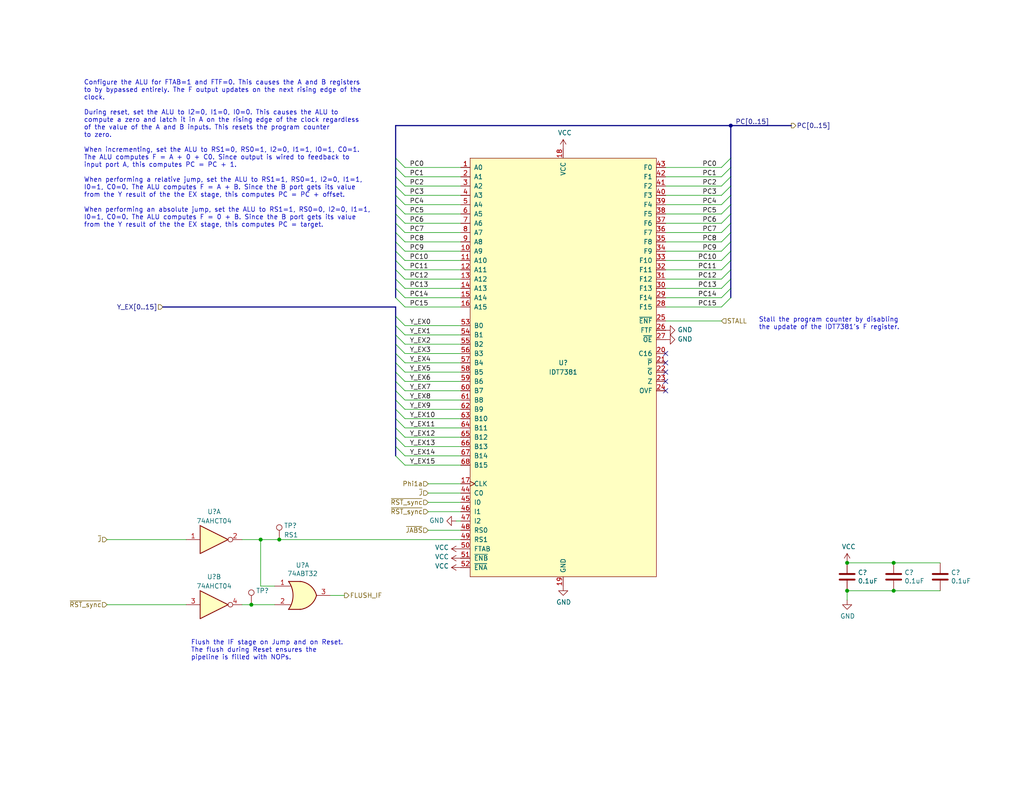
<source format=kicad_sch>
(kicad_sch (version 20250114) (generator "eeschema") (generator_version "9.0")
  (paper "USLetter")
  (title_block (title "Program Counter") (date "2025-07-01") (rev "A") (comment 3 "sixteen-bit offset, or else reset to zero.") (comment 4 "Sixteen-bit program counter will either increment on the clock, add a specified"))
  (lib_symbols
    (symbol "Connector:TestPoint" (pin_numbers (hide yes)) (pin_names (offset 0.762) (hide yes))
      (property "Reference" "TP" (at 0 6.858 0))
      (property "Value" "TestPoint" (at 0 5.08 0))
      (symbol "TestPoint_0_1"
        (circle (center 0 3.302) (radius 0.762))
      )
      (symbol "TestPoint_1_1"
        (pin passive line (at 0 0 90) (length 2.54) (name "1") (number "1"))
      )
    )
    (symbol "Device:C" (pin_numbers (hide yes)) (pin_names (offset 0.254))
      (property "Reference" "C" (at 0.635 2.54 0))
      (property "Value" "C" (at 0.635 -2.54 0))
      (symbol "C_0_1"
        (polyline (pts (xy -2.032 0.762) (xy 2.032 0.762)) (stroke (width 0.508)))
        (polyline (pts (xy -2.032 -0.762) (xy 2.032 -0.762)) (stroke (width 0.508)))
      )
      (symbol "C_1_1"
        (pin passive line (at 0 3.81 270) (length 2.794) (name "~") (number "1"))
        (pin passive line (at 0 -3.81 90) (length 2.794) (name "~") (number "2"))
      )
    )
    (symbol "Turtle16:74ABT32" (pin_names (offset 1.016))
      (property "Reference" "U" (at 0 1.27 0))
      (property "Value" "74ABT32" (at 0 -1.27 0))
      (symbol "74ABT32_1_1"
        (arc (start -3.81 3.81) (mid -2.589 0) (end -3.81 -3.81) (stroke (width 0.254)))
        (polyline (pts (xy -3.81 3.81) (xy -0.635 3.81)) (stroke (width 0.254)) (fill (type background)))
        (polyline (pts (xy -3.81 -3.81) (xy -0.635 -3.81)) (stroke (width 0.254)) (fill (type background)))
        (arc (start 3.81 0) (mid 2.1855 -2.584) (end -0.6096 -3.81) (stroke (width 0.254)) (fill (type background)))
        (arc (start -0.6096 3.81) (mid 2.1928 2.5924) (end 3.81 0) (stroke (width 0.254)) (fill (type background)))
        (polyline (pts (xy -0.635 3.81) (xy -3.81 3.81) (xy -3.81 3.81) (xy -3.556 3.4036) (xy -3.0226 2.2606) (xy -2.6924 1.0414) (xy -2.6162 -0.254) (xy -2.7686 -1.4986) (xy -3.175 -2.7178) (xy -3.81 -3.81) (xy -3.81 -3.81) (xy -0.635 -3.81)) (stroke (width -25.4)) (fill (type background)))
        (pin input line (at -7.62 2.54 0) (length 4.318) (name "~") (number "1"))
        (pin input line (at -7.62 -2.54 0) (length 4.318) (name "~") (number "2"))
        (pin output line (at 7.62 0 180) (length 3.81) (name "~") (number "3"))
      )
      (symbol "74ABT32_1_2"
        (arc (start 0 3.81) (mid 3.7934 0) (end 0 -3.81) (stroke (width 0.254)) (fill (type background)))
        (polyline (pts (xy 0 3.81) (xy -3.81 3.81) (xy -3.81 -3.81) (xy 0 -3.81)) (stroke (width 0.254)) (fill (type background)))
        (pin input inverted (at -7.62 2.54 0) (length 3.81) (name "~") (number "1"))
        (pin input inverted (at -7.62 -2.54 0) (length 3.81) (name "~") (number "2"))
        (pin output inverted (at 7.62 0 180) (length 3.81) (name "~") (number "3"))
      )
      (symbol "74ABT32_2_1"
        (arc (start -3.81 3.81) (mid -2.589 0) (end -3.81 -3.81) (stroke (width 0.254)))
        (polyline (pts (xy -3.81 3.81) (xy -0.635 3.81)) (stroke (width 0.254)) (fill (type background)))
        (polyline (pts (xy -3.81 -3.81) (xy -0.635 -3.81)) (stroke (width 0.254)) (fill (type background)))
        (arc (start 3.81 0) (mid 2.1855 -2.584) (end -0.6096 -3.81) (stroke (width 0.254)) (fill (type background)))
        (arc (start -0.6096 3.81) (mid 2.1928 2.5924) (end 3.81 0) (stroke (width 0.254)) (fill (type background)))
        (polyline (pts (xy -0.635 3.81) (xy -3.81 3.81) (xy -3.81 3.81) (xy -3.556 3.4036) (xy -3.0226 2.2606) (xy -2.6924 1.0414) (xy -2.6162 -0.254) (xy -2.7686 -1.4986) (xy -3.175 -2.7178) (xy -3.81 -3.81) (xy -3.81 -3.81) (xy -0.635 -3.81)) (stroke (width -25.4)) (fill (type background)))
        (pin input line (at -7.62 2.54 0) (length 4.318) (name "~") (number "4"))
        (pin input line (at -7.62 -2.54 0) (length 4.318) (name "~") (number "5"))
        (pin output line (at 7.62 0 180) (length 3.81) (name "~") (number "6"))
      )
      (symbol "74ABT32_2_2"
        (arc (start 0 3.81) (mid 3.7934 0) (end 0 -3.81) (stroke (width 0.254)) (fill (type background)))
        (polyline (pts (xy 0 3.81) (xy -3.81 3.81) (xy -3.81 -3.81) (xy 0 -3.81)) (stroke (width 0.254)) (fill (type background)))
        (pin input inverted (at -7.62 2.54 0) (length 3.81) (name "~") (number "4"))
        (pin input inverted (at -7.62 -2.54 0) (length 3.81) (name "~") (number "5"))
        (pin output inverted (at 7.62 0 180) (length 3.81) (name "~") (number "6"))
      )
      (symbol "74ABT32_3_1"
        (arc (start -3.81 3.81) (mid -2.589 0) (end -3.81 -3.81) (stroke (width 0.254)))
        (polyline (pts (xy -3.81 3.81) (xy -0.635 3.81)) (stroke (width 0.254)) (fill (type background)))
        (polyline (pts (xy -3.81 -3.81) (xy -0.635 -3.81)) (stroke (width 0.254)) (fill (type background)))
        (arc (start 3.81 0) (mid 2.1855 -2.584) (end -0.6096 -3.81) (stroke (width 0.254)) (fill (type background)))
        (arc (start -0.6096 3.81) (mid 2.1928 2.5924) (end 3.81 0) (stroke (width 0.254)) (fill (type background)))
        (polyline (pts (xy -0.635 3.81) (xy -3.81 3.81) (xy -3.81 3.81) (xy -3.556 3.4036) (xy -3.0226 2.2606) (xy -2.6924 1.0414) (xy -2.6162 -0.254) (xy -2.7686 -1.4986) (xy -3.175 -2.7178) (xy -3.81 -3.81) (xy -3.81 -3.81) (xy -0.635 -3.81)) (stroke (width -25.4)) (fill (type background)))
        (pin input line (at -7.62 2.54 0) (length 4.318) (name "~") (number "9"))
        (pin input line (at -7.62 -2.54 0) (length 4.318) (name "~") (number "10"))
        (pin output line (at 7.62 0 180) (length 3.81) (name "~") (number "8"))
      )
      (symbol "74ABT32_3_2"
        (arc (start 0 3.81) (mid 3.7934 0) (end 0 -3.81) (stroke (width 0.254)) (fill (type background)))
        (polyline (pts (xy 0 3.81) (xy -3.81 3.81) (xy -3.81 -3.81) (xy 0 -3.81)) (stroke (width 0.254)) (fill (type background)))
        (pin input inverted (at -7.62 2.54 0) (length 3.81) (name "~") (number "9"))
        (pin input inverted (at -7.62 -2.54 0) (length 3.81) (name "~") (number "10"))
        (pin output inverted (at 7.62 0 180) (length 3.81) (name "~") (number "8"))
      )
      (symbol "74ABT32_4_1"
        (arc (start -3.81 3.81) (mid -2.589 0) (end -3.81 -3.81) (stroke (width 0.254)))
        (polyline (pts (xy -3.81 3.81) (xy -0.635 3.81)) (stroke (width 0.254)) (fill (type background)))
        (polyline (pts (xy -3.81 -3.81) (xy -0.635 -3.81)) (stroke (width 0.254)) (fill (type background)))
        (arc (start 3.81 0) (mid 2.1855 -2.584) (end -0.6096 -3.81) (stroke (width 0.254)) (fill (type background)))
        (arc (start -0.6096 3.81) (mid 2.1928 2.5924) (end 3.81 0) (stroke (width 0.254)) (fill (type background)))
        (polyline (pts (xy -0.635 3.81) (xy -3.81 3.81) (xy -3.81 3.81) (xy -3.556 3.4036) (xy -3.0226 2.2606) (xy -2.6924 1.0414) (xy -2.6162 -0.254) (xy -2.7686 -1.4986) (xy -3.175 -2.7178) (xy -3.81 -3.81) (xy -3.81 -3.81) (xy -0.635 -3.81)) (stroke (width -25.4)) (fill (type background)))
        (pin input line (at -7.62 2.54 0) (length 4.318) (name "~") (number "12"))
        (pin input line (at -7.62 -2.54 0) (length 4.318) (name "~") (number "13"))
        (pin output line (at 7.62 0 180) (length 3.81) (name "~") (number "11"))
      )
      (symbol "74ABT32_4_2"
        (arc (start 0 3.81) (mid 3.7934 0) (end 0 -3.81) (stroke (width 0.254)) (fill (type background)))
        (polyline (pts (xy 0 3.81) (xy -3.81 3.81) (xy -3.81 -3.81) (xy 0 -3.81)) (stroke (width 0.254)) (fill (type background)))
        (pin input inverted (at -7.62 2.54 0) (length 3.81) (name "~") (number "12"))
        (pin input inverted (at -7.62 -2.54 0) (length 3.81) (name "~") (number "13"))
        (pin output inverted (at 7.62 0 180) (length 3.81) (name "~") (number "11"))
      )
      (symbol "74ABT32_5_0"
        (pin power_in line (at 0 12.7 270) (length 5.08) (name "VCC") (number "14"))
        (pin power_in line (at 0 -12.7 90) (length 5.08) (name "GND") (number "7"))
      )
      (symbol "74ABT32_5_1"
        (rectangle (start -5.08 7.62) (end 5.08 -7.62) (stroke (width 0.254)) (fill (type background)))
      )
    )
    (symbol "Turtle16:74AHCT04"
      (property "Reference" "U" (at 0 1.27 0))
      (property "Value" "74AHCT04" (at 0 -1.27 0))
      (symbol "74AHCT04_1_0"
        (polyline (pts (xy -3.81 3.81) (xy -3.81 -3.81) (xy 3.81 0) (xy -3.81 3.81)) (stroke (width 0.254)) (fill (type background)))
        (pin input line (at -7.62 0 0) (length 3.81) (name "~") (number "1"))
        (pin output inverted (at 7.62 0 180) (length 3.81) (name "~") (number "2"))
      )
      (symbol "74AHCT04_2_0"
        (polyline (pts (xy -3.81 3.81) (xy -3.81 -3.81) (xy 3.81 0) (xy -3.81 3.81)) (stroke (width 0.254)) (fill (type background)))
        (pin input line (at -7.62 0 0) (length 3.81) (name "~") (number "3"))
        (pin output inverted (at 7.62 0 180) (length 3.81) (name "~") (number "4"))
      )
      (symbol "74AHCT04_3_0"
        (polyline (pts (xy -3.81 3.81) (xy -3.81 -3.81) (xy 3.81 0) (xy -3.81 3.81)) (stroke (width 0.254)) (fill (type background)))
        (pin input line (at -7.62 0 0) (length 3.81) (name "~") (number "5"))
        (pin output inverted (at 7.62 0 180) (length 3.81) (name "~") (number "6"))
      )
      (symbol "74AHCT04_4_0"
        (polyline (pts (xy -3.81 3.81) (xy -3.81 -3.81) (xy 3.81 0) (xy -3.81 3.81)) (stroke (width 0.254)) (fill (type background)))
        (pin input line (at -7.62 0 0) (length 3.81) (name "~") (number "9"))
        (pin output inverted (at 7.62 0 180) (length 3.81) (name "~") (number "8"))
      )
      (symbol "74AHCT04_5_0"
        (polyline (pts (xy -3.81 3.81) (xy -3.81 -3.81) (xy 3.81 0) (xy -3.81 3.81)) (stroke (width 0.254)) (fill (type background)))
        (pin input line (at -7.62 0 0) (length 3.81) (name "~") (number "11"))
        (pin output inverted (at 7.62 0 180) (length 3.81) (name "~") (number "10"))
      )
      (symbol "74AHCT04_6_0"
        (polyline (pts (xy -3.81 3.81) (xy -3.81 -3.81) (xy 3.81 0) (xy -3.81 3.81)) (stroke (width 0.254)) (fill (type background)))
        (pin input line (at -7.62 0 0) (length 3.81) (name "~") (number "13"))
        (pin output inverted (at 7.62 0 180) (length 3.81) (name "~") (number "12"))
      )
      (symbol "74AHCT04_7_0"
        (pin power_in line (at 0 12.7 270) (length 5.08) (name "VCC") (number "14"))
        (pin power_in line (at 0 -12.7 90) (length 5.08) (name "GND") (number "7"))
      )
      (symbol "74AHCT04_7_1"
        (rectangle (start -5.08 7.62) (end 5.08 -7.62) (stroke (width 0.254)) (fill (type background)))
      )
    )
    (symbol "Turtle16:IDT7381" (pin_names (offset 1.016))
      (symbol "IDT7381_0_1"
        (rectangle (start -25.4 57.15) (end 25.4 -57.15) (fill (type background)))
      )
      (symbol "IDT7381_1_1"
        (pin input line (at -27.94 54.61 0) (length 2.54) (name "A0") (number "1"))
        (pin input line (at -27.94 52.07 0) (length 2.54) (name "A1") (number "2"))
        (pin input line (at -27.94 49.53 0) (length 2.54) (name "A2") (number "3"))
        (pin input line (at -27.94 46.99 0) (length 2.54) (name "A3") (number "4"))
        (pin input line (at -27.94 44.45 0) (length 2.54) (name "A4") (number "5"))
        (pin input line (at -27.94 41.91 0) (length 2.54) (name "A5") (number "6"))
        (pin input line (at -27.94 39.37 0) (length 2.54) (name "A6") (number "7"))
        (pin input line (at -27.94 36.83 0) (length 2.54) (name "A7") (number "8"))
        (pin input line (at -27.94 34.29 0) (length 2.54) (name "A8") (number "9"))
        (pin input line (at -27.94 31.75 0) (length 2.54) (name "A9") (number "10"))
        (pin input line (at -27.94 29.21 0) (length 2.54) (name "A10") (number "11"))
        (pin input line (at -27.94 26.67 0) (length 2.54) (name "A11") (number "12"))
        (pin input line (at -27.94 24.13 0) (length 2.54) (name "A12") (number "13"))
        (pin input line (at -27.94 21.59 0) (length 2.54) (name "A13") (number "14"))
        (pin input line (at -27.94 19.05 0) (length 2.54) (name "A14") (number "15"))
        (pin input line (at -27.94 16.51 0) (length 2.54) (name "A15") (number "16"))
        (pin input line (at -27.94 11.43 0) (length 2.54) (name "B0") (number "53"))
        (pin input line (at -27.94 8.89 0) (length 2.54) (name "B1") (number "54"))
        (pin input line (at -27.94 6.35 0) (length 2.54) (name "B2") (number "55"))
        (pin input line (at -27.94 3.81 0) (length 2.54) (name "B3") (number "56"))
        (pin input line (at -27.94 1.27 0) (length 2.54) (name "B4") (number "57"))
        (pin input line (at -27.94 -1.27 0) (length 2.54) (name "B5") (number "58"))
        (pin input line (at -27.94 -3.81 0) (length 2.54) (name "B6") (number "59"))
        (pin input line (at -27.94 -6.35 0) (length 2.54) (name "B7") (number "60"))
        (pin input line (at -27.94 -8.89 0) (length 2.54) (name "B8") (number "61"))
        (pin input line (at -27.94 -11.43 0) (length 2.54) (name "B9") (number "62"))
        (pin input line (at -27.94 -13.97 0) (length 2.54) (name "B10") (number "63"))
        (pin input line (at -27.94 -16.51 0) (length 2.54) (name "B11") (number "64"))
        (pin input line (at -27.94 -19.05 0) (length 2.54) (name "B12") (number "65"))
        (pin input line (at -27.94 -21.59 0) (length 2.54) (name "B13") (number "66"))
        (pin input line (at -27.94 -24.13 0) (length 2.54) (name "B14") (number "67"))
        (pin input line (at -27.94 -26.67 0) (length 2.54) (name "B15") (number "68"))
        (pin input clock (at -27.94 -31.75 0) (length 2.54) (name "CLK") (number "17"))
        (pin input line (at -27.94 -34.29 0) (length 2.54) (name "C0") (number "44"))
        (pin input line (at -27.94 -36.83 0) (length 2.54) (name "I0") (number "45"))
        (pin input line (at -27.94 -39.37 0) (length 2.54) (name "I1") (number "46"))
        (pin input line (at -27.94 -41.91 0) (length 2.54) (name "I2") (number "47"))
        (pin input line (at -27.94 -44.45 0) (length 2.54) (name "RS0") (number "48"))
        (pin input line (at -27.94 -46.99 0) (length 2.54) (name "RS1") (number "49"))
        (pin input line (at -27.94 -49.53 0) (length 2.54) (name "FTAB") (number "50"))
        (pin input line (at -27.94 -52.07 0) (length 2.54) (name "~{ENB}") (number "51"))
        (pin input line (at -27.94 -54.61 0) (length 2.54) (name "~{ENA}") (number "52"))
        (pin power_in line (at 0 59.69 270) (length 2.54) (name "VCC") (number "18"))
        (pin power_in line (at 0 -59.69 90) (length 2.54) (name "GND") (number "19"))
        (pin tri_state line (at 27.94 54.61 180) (length 2.54) (name "F0") (number "43"))
        (pin tri_state line (at 27.94 52.07 180) (length 2.54) (name "F1") (number "42"))
        (pin tri_state line (at 27.94 49.53 180) (length 2.54) (name "F2") (number "41"))
        (pin tri_state line (at 27.94 46.99 180) (length 2.54) (name "F3") (number "40"))
        (pin tri_state line (at 27.94 44.45 180) (length 2.54) (name "F4") (number "39"))
        (pin tri_state line (at 27.94 41.91 180) (length 2.54) (name "F5") (number "38"))
        (pin tri_state line (at 27.94 39.37 180) (length 2.54) (name "F6") (number "37"))
        (pin tri_state line (at 27.94 36.83 180) (length 2.54) (name "F7") (number "36"))
        (pin tri_state line (at 27.94 34.29 180) (length 2.54) (name "F8") (number "35"))
        (pin tri_state line (at 27.94 31.75 180) (length 2.54) (name "F9") (number "34"))
        (pin tri_state line (at 27.94 29.21 180) (length 2.54) (name "F10") (number "33"))
        (pin tri_state line (at 27.94 26.67 180) (length 2.54) (name "F11") (number "32"))
        (pin tri_state line (at 27.94 24.13 180) (length 2.54) (name "F12") (number "31"))
        (pin tri_state line (at 27.94 21.59 180) (length 2.54) (name "F13") (number "30"))
        (pin tri_state line (at 27.94 19.05 180) (length 2.54) (name "F14") (number "29"))
        (pin tri_state line (at 27.94 16.51 180) (length 2.54) (name "F15") (number "28"))
        (pin input line (at 27.94 12.7 180) (length 2.54) (name "~{ENF}") (number "25"))
        (pin input line (at 27.94 10.16 180) (length 2.54) (name "FTF") (number "26"))
        (pin input line (at 27.94 7.62 180) (length 2.54) (name "~{OE}") (number "27"))
        (pin output line (at 27.94 3.81 180) (length 2.54) (name "C16") (number "20"))
        (pin output line (at 27.94 1.27 180) (length 2.54) (name "~{P}") (number "21"))
        (pin output line (at 27.94 -1.27 180) (length 2.54) (name "~{G}") (number "22"))
        (pin output line (at 27.94 -3.81 180) (length 2.54) (name "Z") (number "23"))
        (pin output line (at 27.94 -6.35 180) (length 2.54) (name "OVF") (number "24"))
      )
    )
    (symbol "power:GND" (power) (pin_numbers (hide yes)) (pin_names (offset 0) (hide yes))
      (property "Value" "GND" (at 0 -3.81 0))
      (symbol "GND_0_1"
        (polyline (pts (xy 0 0) (xy 0 -1.27) (xy 1.27 -1.27) (xy 0 -2.54) (xy -1.27 -1.27) (xy 0 -1.27)))
      )
      (symbol "GND_1_1"
        (pin power_in line (at 0 0 270) (length 0) (name "~") (number "1"))
      )
    )
    (symbol "power:VCC" (power) (pin_numbers (hide yes)) (pin_names (offset 0) (hide yes))
      (property "Value" "VCC" (at 0 3.556 0))
      (symbol "VCC_0_1"
        (polyline (pts (xy -0.762 1.27) (xy 0 2.54)))
        (polyline (pts (xy 0 2.54) (xy 0.762 1.27)))
        (polyline (pts (xy 0 0) (xy 0 2.54)))
      )
      (symbol "VCC_1_1"
        (pin power_in line (at 0 0 90) (length 0) (name "~") (number "1"))
      )
    )
  )
  (text "Stall the program counter by disabling\nthe update of the IDT7381’s F register." (at 207.01 90.17 0) (effects (font (size 1.27 1.27)) (justify left bottom)))
  (text "Flush the IF stage on Jump and on Reset.\nThe flush during Reset ensures the\npipeline is filled with NOPs." (at 52.07 180.34 0) (effects (font (size 1.27 1.27)) (justify left bottom)))
  (text "Configure the ALU for FTAB=1 and FTF=0. This causes the A and B registers\nto by bypassed entirely. The F output updates on the next rising edge of the\nclock.\n\nDuring reset, set the ALU to I2=0, I1=0, I0=0. This causes the ALU to\ncompute a zero and latch it in A on the rising edge of the clock regardless\nof the value of the A and B inputs. This resets the program counter\nto zero.\n\nWhen incrementing, set the ALU to RS1=0, RS0=1, I2=0, I1=1, I0=1, C0=1.\nThe ALU computes F = A + 0 + C0. Since output is wired to feedback to\ninput port A, this computes PC = PC + 1.\n\nWhen performing a relative jump, set the ALU to RS1=1, RS0=1, I2=0, I1=1,\nI0=1, C0=0. The ALU computes F = A + B. Since the B port gets its value\nfrom the Y result of the the EX stage, this computes PC = PC + offset.\n\nWhen performing an absolute jump, set the ALU to RS1=1, RS0=0, I2=0, I1=1,\nI0=1, C0=0. The ALU computes F = 0 + B. Since the B port gets its value\nfrom the Y result of the the EX stage, this computes PC = target." (at 22.86 62.23 0) (effects (font (size 1.27 1.27)) (justify left bottom)))
  (junction (at -53.34 147.32))
  (junction (at -29.21 157.48))
  (junction (at 231.14 161.29))
  (junction (at -53.34 152.4))
  (junction (at -53.34 162.56))
  (junction (at -53.34 167.64))
  (junction (at -29.21 143.51))
  (junction (at 243.84 161.29))
  (junction (at -29.21 129.54))
  (junction (at 199.39 34.29))
  (junction (at 231.14 153.67))
  (junction (at -29.21 171.45))
  (junction (at 71.12 147.32))
  (junction (at 76.2 147.32))
  (junction (at 243.84 153.67))
  (junction (at 68.58 165.1))
  (no_connect (at -13.97 129.54))
  (no_connect (at 181.61 104.14))
  (no_connect (at -13.97 143.51))
  (no_connect (at 181.61 101.6))
  (no_connect (at -35.56 165.1))
  (no_connect (at 181.61 106.68))
  (no_connect (at -13.97 157.48))
  (no_connect (at -35.56 149.86))
  (no_connect (at 181.61 96.52))
  (no_connect (at 181.61 99.06))
  (no_connect (at -13.97 171.45))
  (bus_entry (at 110.49 53.34) (size -2.54 -2.54))
  (bus_entry (at 110.49 91.44) (size -2.54 -2.54))
  (bus_entry (at 110.49 48.26) (size -2.54 -2.54))
  (bus_entry (at 110.49 76.2) (size -2.54 -2.54))
  (bus_entry (at 110.49 63.5) (size -2.54 -2.54))
  (bus_entry (at 110.49 73.66) (size -2.54 -2.54))
  (bus_entry (at 196.85 48.26) (size 2.54 -2.54))
  (bus_entry (at 110.49 99.06) (size -2.54 -2.54))
  (bus_entry (at 196.85 55.88) (size 2.54 -2.54))
  (bus_entry (at 196.85 73.66) (size 2.54 -2.54))
  (bus_entry (at 110.49 66.04) (size -2.54 -2.54))
  (bus_entry (at 110.49 96.52) (size -2.54 -2.54))
  (bus_entry (at 196.85 76.2) (size 2.54 -2.54))
  (bus_entry (at 110.49 55.88) (size -2.54 -2.54))
  (bus_entry (at 110.49 60.96) (size -2.54 -2.54))
  (bus_entry (at 196.85 71.12) (size 2.54 -2.54))
  (bus_entry (at 110.49 101.6) (size -2.54 -2.54))
  (bus_entry (at 110.49 119.38) (size -2.54 -2.54))
  (bus_entry (at 110.49 71.12) (size -2.54 -2.54))
  (bus_entry (at 110.49 114.3) (size -2.54 -2.54))
  (bus_entry (at 110.49 88.9) (size -2.54 -2.54))
  (bus_entry (at 196.85 81.28) (size 2.54 -2.54))
  (bus_entry (at 196.85 66.04) (size 2.54 -2.54))
  (bus_entry (at 196.85 68.58) (size 2.54 -2.54))
  (bus_entry (at 110.49 81.28) (size -2.54 -2.54))
  (bus_entry (at 110.49 127) (size -2.54 -2.54))
  (bus_entry (at 196.85 83.82) (size 2.54 -2.54))
  (bus_entry (at 110.49 45.72) (size -2.54 -2.54))
  (bus_entry (at 196.85 63.5) (size 2.54 -2.54))
  (bus_entry (at 110.49 83.82) (size -2.54 -2.54))
  (bus_entry (at 110.49 121.92) (size -2.54 -2.54))
  (bus_entry (at 110.49 78.74) (size -2.54 -2.54))
  (bus_entry (at 110.49 109.22) (size -2.54 -2.54))
  (bus_entry (at 196.85 50.8) (size 2.54 -2.54))
  (bus_entry (at 196.85 45.72) (size 2.54 -2.54))
  (bus_entry (at 110.49 111.76) (size -2.54 -2.54))
  (bus_entry (at 110.49 50.8) (size -2.54 -2.54))
  (bus_entry (at 110.49 124.46) (size -2.54 -2.54))
  (bus_entry (at 110.49 93.98) (size -2.54 -2.54))
  (bus_entry (at 196.85 53.34) (size 2.54 -2.54))
  (bus_entry (at 110.49 58.42) (size -2.54 -2.54))
  (bus_entry (at 196.85 60.96) (size 2.54 -2.54))
  (bus_entry (at 110.49 106.68) (size -2.54 -2.54))
  (bus_entry (at 110.49 68.58) (size -2.54 -2.54))
  (bus_entry (at 196.85 58.42) (size 2.54 -2.54))
  (bus_entry (at 196.85 78.74) (size 2.54 -2.54))
  (bus_entry (at 110.49 116.84) (size -2.54 -2.54))
  (bus_entry (at 110.49 104.14) (size -2.54 -2.54))
  (wire (pts (xy 256.54 161.29) (xy 243.84 161.29)))
  (wire (pts (xy 68.58 165.1) (xy 74.93 165.1)))
  (wire (pts (xy 71.12 160.02) (xy 71.12 147.32)))
  (wire (pts (xy 110.49 58.42) (xy 125.73 58.42)))
  (bus (pts (xy 107.95 63.5) (xy 107.95 66.04)))
  (bus (pts (xy 107.95 119.38) (xy 107.95 121.92)))
  (bus (pts (xy 199.39 58.42) (xy 199.39 60.96)))
  (wire (pts (xy 110.49 106.68) (xy 125.73 106.68)))
  (wire (pts (xy 110.49 78.74) (xy 125.73 78.74)))
  (wire (pts (xy 110.49 114.3) (xy 125.73 114.3)))
  (wire (pts (xy 196.85 78.74) (xy 181.61 78.74)))
  (bus (pts (xy 107.95 104.14) (xy 107.95 106.68)))
  (bus (pts (xy 199.39 50.8) (xy 199.39 53.34)))
  (wire (pts (xy 66.04 147.32) (xy 71.12 147.32)))
  (bus (pts (xy 107.95 116.84) (xy 107.95 119.38)))
  (wire (pts (xy 196.85 73.66) (xy 181.61 73.66)))
  (wire (pts (xy 110.49 93.98) (xy 125.73 93.98)))
  (bus (pts (xy 199.39 34.29) (xy 199.39 43.18)))
  (bus (pts (xy 107.95 109.22) (xy 107.95 111.76)))
  (wire (pts (xy 110.49 91.44) (xy 125.73 91.44)))
  (wire (pts (xy 116.84 139.7) (xy 125.73 139.7)))
  (wire (pts (xy 196.85 83.82) (xy 181.61 83.82)))
  (wire (pts (xy -29.21 199.39) (xy -29.21 200.66)))
  (wire (pts (xy 196.85 76.2) (xy 181.61 76.2)))
  (bus (pts (xy 107.95 99.06) (xy 107.95 101.6)))
  (bus (pts (xy 107.95 43.18) (xy 107.95 45.72)))
  (wire (pts (xy -53.34 162.56) (xy -53.34 167.64)))
  (bus (pts (xy 107.95 83.82) (xy 44.45 83.82)))
  (wire (pts (xy -53.34 118.11) (xy -53.34 147.32)))
  (bus (pts (xy 107.95 73.66) (xy 107.95 76.2)))
  (bus (pts (xy 107.95 121.92) (xy 107.95 124.46)))
  (bus (pts (xy 107.95 88.9) (xy 107.95 91.44)))
  (bus (pts (xy 199.39 68.58) (xy 199.39 71.12)))
  (bus (pts (xy 199.39 73.66) (xy 199.39 76.2)))
  (wire (pts (xy 110.49 109.22) (xy 125.73 109.22)))
  (wire (pts (xy 110.49 88.9) (xy 125.73 88.9)))
  (wire (pts (xy -29.21 143.51) (xy -29.21 157.48)))
  (bus (pts (xy 107.95 93.98) (xy 107.95 96.52)))
  (bus (pts (xy 107.95 86.36) (xy 107.95 88.9)))
  (wire (pts (xy 71.12 147.32) (xy 76.2 147.32)))
  (wire (pts (xy 29.21 165.1) (xy 50.8 165.1)))
  (bus (pts (xy 107.95 58.42) (xy 107.95 60.96)))
  (wire (pts (xy 110.49 73.66) (xy 125.73 73.66)))
  (bus (pts (xy 107.95 55.88) (xy 107.95 58.42)))
  (bus (pts (xy 199.39 53.34) (xy 199.39 55.88)))
  (wire (pts (xy 196.85 53.34) (xy 181.61 53.34)))
  (bus (pts (xy 107.95 96.52) (xy 107.95 99.06)))
  (wire (pts (xy 110.49 83.82) (xy 125.73 83.82)))
  (bus (pts (xy 199.39 43.18) (xy 199.39 45.72)))
  (wire (pts (xy 231.14 163.83) (xy 231.14 161.29)))
  (bus (pts (xy 199.39 66.04) (xy 199.39 68.58)))
  (wire (pts (xy 196.85 45.72) (xy 181.61 45.72)))
  (wire (pts (xy 196.85 48.26) (xy 181.61 48.26)))
  (bus (pts (xy 199.39 60.96) (xy 199.39 63.5)))
  (bus (pts (xy 107.95 83.82) (xy 107.95 86.36)))
  (wire (pts (xy 196.85 63.5) (xy 181.61 63.5)))
  (wire (pts (xy -50.8 162.56) (xy -53.34 162.56)))
  (wire (pts (xy 110.49 45.72) (xy 125.73 45.72)))
  (bus (pts (xy 107.95 106.68) (xy 107.95 109.22)))
  (bus (pts (xy 107.95 111.76) (xy 107.95 114.3)))
  (bus (pts (xy 107.95 76.2) (xy 107.95 78.74)))
  (bus (pts (xy 107.95 91.44) (xy 107.95 93.98)))
  (bus (pts (xy 107.95 78.74) (xy 107.95 81.28)))
  (wire (pts (xy 110.49 50.8) (xy 125.73 50.8)))
  (bus (pts (xy 199.39 71.12) (xy 199.39 73.66)))
  (wire (pts (xy -50.8 152.4) (xy -53.34 152.4)))
  (wire (pts (xy 116.84 144.78) (xy 125.73 144.78)))
  (bus (pts (xy 107.95 34.29) (xy 107.95 43.18)))
  (wire (pts (xy 116.84 137.16) (xy 125.73 137.16)))
  (wire (pts (xy 110.49 53.34) (xy 125.73 53.34)))
  (wire (pts (xy 110.49 99.06) (xy 125.73 99.06)))
  (bus (pts (xy 199.39 48.26) (xy 199.39 50.8)))
  (wire (pts (xy 231.14 153.67) (xy 243.84 153.67)))
  (wire (pts (xy 110.49 104.14) (xy 125.73 104.14)))
  (bus (pts (xy 107.95 34.29) (xy 199.39 34.29)))
  (bus (pts (xy 199.39 55.88) (xy 199.39 58.42)))
  (wire (pts (xy 110.49 60.96) (xy 125.73 60.96)))
  (bus (pts (xy 107.95 48.26) (xy 107.95 50.8)))
  (bus (pts (xy 107.95 101.6) (xy 107.95 104.14)))
  (wire (pts (xy 110.49 116.84) (xy 125.73 116.84)))
  (wire (pts (xy -50.8 147.32) (xy -53.34 147.32)))
  (bus (pts (xy 107.95 66.04) (xy 107.95 68.58)))
  (wire (pts (xy -29.21 129.54) (xy -29.21 143.51)))
  (wire (pts (xy 110.49 96.52) (xy 125.73 96.52)))
  (wire (pts (xy -53.34 152.4) (xy -53.34 162.56)))
  (bus (pts (xy 107.95 45.72) (xy 107.95 48.26)))
  (bus (pts (xy 107.95 71.12) (xy 107.95 73.66)))
  (wire (pts (xy 110.49 71.12) (xy 125.73 71.12)))
  (wire (pts (xy 110.49 124.46) (xy 125.73 124.46)))
  (wire (pts (xy 66.04 165.1) (xy 68.58 165.1)))
  (bus (pts (xy 199.39 63.5) (xy 199.39 66.04)))
  (wire (pts (xy 196.85 60.96) (xy 181.61 60.96)))
  (wire (pts (xy 110.49 81.28) (xy 125.73 81.28)))
  (bus (pts (xy 199.39 76.2) (xy 199.39 78.74)))
  (wire (pts (xy 243.84 161.29) (xy 231.14 161.29)))
  (wire (pts (xy 196.85 68.58) (xy 181.61 68.58)))
  (bus (pts (xy 199.39 45.72) (xy 199.39 48.26)))
  (bus (pts (xy 107.95 60.96) (xy 107.95 63.5)))
  (bus (pts (xy 199.39 78.74) (xy 199.39 81.28)))
  (wire (pts (xy 110.49 121.92) (xy 125.73 121.92)))
  (wire (pts (xy 110.49 111.76) (xy 125.73 111.76)))
  (wire (pts (xy 196.85 81.28) (xy 181.61 81.28)))
  (bus (pts (xy 107.95 114.3) (xy 107.95 116.84)))
  (wire (pts (xy -29.21 157.48) (xy -29.21 171.45)))
  (wire (pts (xy 110.49 66.04) (xy 125.73 66.04)))
  (wire (pts (xy 93.98 162.56) (xy 90.17 162.56)))
  (wire (pts (xy 243.84 153.67) (xy 256.54 153.67)))
  (wire (pts (xy 196.85 50.8) (xy 181.61 50.8)))
  (wire (pts (xy 110.49 48.26) (xy 125.73 48.26)))
  (wire (pts (xy 110.49 76.2) (xy 125.73 76.2)))
  (wire (pts (xy 110.49 68.58) (xy 125.73 68.58)))
  (wire (pts (xy 181.61 87.63) (xy 196.85 87.63)))
  (wire (pts (xy -29.21 171.45) (xy -29.21 173.99)))
  (bus (pts (xy 107.95 68.58) (xy 107.95 71.12)))
  (wire (pts (xy -53.34 167.64) (xy -53.34 173.99)))
  (wire (pts (xy 110.49 119.38) (xy 125.73 119.38)))
  (bus (pts (xy 107.95 53.34) (xy 107.95 55.88)))
  (wire (pts (xy -53.34 147.32) (xy -53.34 152.4)))
  (bus (pts (xy 107.95 50.8) (xy 107.95 53.34)))
  (wire (pts (xy 196.85 71.12) (xy 181.61 71.12)))
  (wire (pts (xy 116.84 134.62) (xy 125.73 134.62)))
  (wire (pts (xy -29.21 118.11) (xy -29.21 129.54)))
  (wire (pts (xy 29.21 147.32) (xy 50.8 147.32)))
  (wire (pts (xy 110.49 101.6) (xy 125.73 101.6)))
  (wire (pts (xy 196.85 55.88) (xy 181.61 55.88)))
  (wire (pts (xy 76.2 147.32) (xy 125.73 147.32)))
  (bus (pts (xy 215.9 34.29) (xy 199.39 34.29)))
  (wire (pts (xy 125.73 142.24) (xy 124.46 142.24)))
  (wire (pts (xy 74.93 160.02) (xy 71.12 160.02)))
  (wire (pts (xy 116.84 132.08) (xy 125.73 132.08)))
  (wire (pts (xy 110.49 127) (xy 125.73 127)))
  (wire (pts (xy -50.8 167.64) (xy -53.34 167.64)))
  (wire (pts (xy 110.49 55.88) (xy 125.73 55.88)))
  (wire (pts (xy 196.85 66.04) (xy 181.61 66.04)))
  (wire (pts (xy 110.49 63.5) (xy 125.73 63.5)))
  (wire (pts (xy 196.85 58.42) (xy 181.61 58.42)))
  (label "PC8" (at 111.76 66.04 0))
  (label "PC11" (at 111.76 73.66 0))
  (label "Y_EX9" (at 111.76 111.76 0))
  (label "PC3" (at 111.76 53.34 0))
  (label "Y_EX1" (at 111.76 91.44 0))
  (label "PC13" (at 111.76 78.74 0))
  (label "PC4" (at 111.76 55.88 0))
  (label "PC2" (at 195.58 50.8 180))
  (label "Y_EX6" (at 111.76 104.14 0))
  (label "Y_EX14" (at 111.76 124.46 0))
  (label "Y_EX13" (at 111.76 121.92 0))
  (label "PC9" (at 195.58 68.58 180))
  (label "Y_EX0" (at 111.76 88.9 0))
  (label "PC15" (at 195.58 83.82 180))
  (label "PC15" (at 111.76 83.82 0))
  (label "PC0" (at 111.76 45.72 0))
  (label "Y_EX3" (at 111.76 96.52 0))
  (label "PC5" (at 195.58 58.42 180))
  (label "PC11" (at 195.58 73.66 180))
  (label "Y_EX11" (at 111.76 116.84 0))
  (label "PC10" (at 195.58 71.12 180))
  (label "Y_EX7" (at 111.76 106.68 0))
  (label "Y_EX5" (at 111.76 101.6 0))
  (label "PC14" (at 111.76 81.28 0))
  (label "Y_EX2" (at 111.76 93.98 0))
  (label "PC12" (at 195.58 76.2 180))
  (label "PC10" (at 111.76 71.12 0))
  (label "PC8" (at 195.58 66.04 180))
  (label "PC6" (at 111.76 60.96 0))
  (label "PC6" (at 195.58 60.96 180))
  (label "PC2" (at 111.76 50.8 0))
  (label "PC9" (at 111.76 68.58 0))
  (label "PC4" (at 195.58 55.88 180))
  (label "Y_EX4" (at 111.76 99.06 0))
  (label "PC13" (at 195.58 78.74 180))
  (label "PC0" (at 195.58 45.72 180))
  (label "PC1" (at 195.58 48.26 180))
  (label "PC14" (at 195.58 81.28 180))
  (label "Y_EX12" (at 111.76 119.38 0))
  (label "Y_EX15" (at 111.76 127 0))
  (label "Y_EX10" (at 111.76 114.3 0))
  (label "PC7" (at 195.58 63.5 180))
  (label "PC3" (at 195.58 53.34 180))
  (label "PC5" (at 111.76 58.42 0))
  (label "PC[0..15]" (at 200.66 34.29 0))
  (label "PC7" (at 111.76 63.5 0))
  (label "Y_EX8" (at 111.76 109.22 0))
  (label "PC12" (at 111.76 76.2 0))
  (label "PC1" (at 111.76 48.26 0))
  (hierarchical_label "STALL" (shape input) (at 196.85 87.63 0))
  (hierarchical_label "~{JABS}" (shape input) (at 116.84 144.78 180))
  (hierarchical_label "PC[0..15]" (shape output) (at 215.9 34.29 0))
  (hierarchical_label "Phi1a" (shape input) (at 116.84 132.08 180))
  (hierarchical_label "~{RST_sync}" (shape input) (at 116.84 139.7 180))
  (hierarchical_label "Y_EX[0..15]" (shape input) (at 44.45 83.82 180))
  (hierarchical_label "~{J}" (shape input) (at 29.21 147.32 180))
  (hierarchical_label "~{J}" (shape input) (at 116.84 134.62 180))
  (hierarchical_label "~{RST_sync}" (shape input) (at 29.21 165.1 180))
  (hierarchical_label "~{RST_sync}" (shape input) (at 116.84 137.16 180))
  (hierarchical_label "FLUSH_IF" (shape output) (at 93.98 162.56 0))
  (symbol (lib_id "Device:C") (at 231.14 157.48 0) (unit 1)
    (property "Reference" "C?" (at 234.061 156.3116 0) (effects (justify left)))
    (property "Value" "0.1uF" (at 234.061 158.623 0) (effects (justify left)))
    (property "Footprint" "Capacitor_SMD:C_0603_1608Metric" (effects (hide yes)))
    (property "Datasheet" "https://www.mouser.com/datasheet/2/396/taiyo_yuden_12132018_mlcc11_hq_e-1510082.pdf" (effects (hide yes)))
    (property "Manufacturer" "Taiyo Yuden" (effects (hide yes)))
    (property "Manufacturer#" "EMK107B7104KAHT" (effects (hide yes)))
    (property "Mouser#" "963-EMK107B7104KAHT" (effects (hide yes)))
    (property "Digikey#" "587-6004-1-ND" (effects (hide yes)))
  )
  (symbol (lib_id "Device:C") (at 243.84 157.48 0) (unit 1)
    (property "Reference" "C?" (at 246.761 156.3116 0) (effects (justify left)))
    (property "Value" "0.1uF" (at 246.761 158.623 0) (effects (justify left)))
    (property "Footprint" "Capacitor_SMD:C_0603_1608Metric" (effects (hide yes)))
    (property "Datasheet" "https://www.mouser.com/datasheet/2/396/taiyo_yuden_12132018_mlcc11_hq_e-1510082.pdf" (effects (hide yes)))
    (property "Manufacturer" "Taiyo Yuden" (effects (hide yes)))
    (property "Manufacturer#" "EMK107B7104KAHT" (effects (hide yes)))
    (property "Mouser#" "963-EMK107B7104KAHT" (effects (hide yes)))
    (property "Digikey#" "587-6004-1-ND" (effects (hide yes)))
  )
  (symbol (lib_id "power:VCC") (at 231.14 153.67 0) (unit 1)
    (property "Reference" "#PWR?" (effects (hide yes)))
    (property "Value" "VCC" (at 231.5718 149.2758 0))
    (property "Description" "Power symbol creates a global label with name \"VCC\"" (effects (hide yes)))
  )
  (symbol (lib_id "power:GND") (at 231.14 163.83 0) (unit 1)
    (property "Reference" "#PWR?" (effects (hide yes)))
    (property "Value" "GND" (at 231.267 168.2242 0))
    (property "Description" "Power symbol creates a global label with name \"GND\" , ground" (effects (hide yes)))
  )
  (symbol (lib_id "Turtle16:IDT7381") (at 153.67 100.33 0) (unit 1)
    (property "Reference" "U?" (at 153.67 99.06 0))
    (property "Value" "IDT7381" (at 153.67 101.6 0))
    (property "Footprint" "Package_LCC:PLCC-68_SMD-Socket" (effects (hide yes)))
    (property "Datasheet" "https://www.mouser.com/datasheet/2/1/62074255ead63bd7ee299038194cccf20f500ef4-2950939.pdf" (effects (hide yes)))
    (property "Manufacturer" "3M" (effects (hide yes)))
    (property "Manufacturer#" "8468-21B1-RK-TP" (effects (hide yes)))
    (property "Mouser#" "517-8468-21B1-RK-TP" (effects (hide yes)))
    (property "Digikey#" "3M6821B1-ND" (effects (hide yes)))
  )
  (symbol (lib_id "power:VCC") (at 153.67 40.64 0) (unit 1)
    (property "Reference" "#PWR?" (effects (hide yes)))
    (property "Value" "VCC" (at 154.1018 36.2458 0))
    (property "Description" "Power symbol creates a global label with name \"VCC\"" (effects (hide yes)))
  )
  (symbol (lib_id "power:GND") (at 153.67 160.02 0) (unit 1)
    (property "Reference" "#PWR?" (effects (hide yes)))
    (property "Value" "GND" (at 153.797 164.4142 0))
    (property "Description" "Power symbol creates a global label with name \"GND\" , ground" (effects (hide yes)))
  )
  (symbol (lib_id "power:GND") (at 181.61 92.71 90) (unit 1)
    (property "Reference" "#PWR?" (effects (hide yes)))
    (property "Value" "GND" (at 184.8612 92.583 90) (effects (justify right)))
    (property "Description" "Power symbol creates a global label with name \"GND\" , ground" (effects (hide yes)))
  )
  (symbol (lib_id "power:VCC") (at 125.73 149.86 90) (unit 1)
    (property "Reference" "#PWR?" (effects (hide yes)))
    (property "Value" "VCC" (at 122.5042 149.479 90) (effects (justify left)))
    (property "Description" "Power symbol creates a global label with name \"VCC\"" (effects (hide yes)))
  )
  (symbol (lib_id "power:VCC") (at 125.73 152.4 90) (unit 1)
    (property "Reference" "#PWR?" (effects (hide yes)))
    (property "Value" "VCC" (at 122.5042 152.019 90) (effects (justify left)))
    (property "Description" "Power symbol creates a global label with name \"VCC\"" (effects (hide yes)))
  )
  (symbol (lib_id "power:VCC") (at 125.73 154.94 90) (unit 1)
    (property "Reference" "#PWR?" (effects (hide yes)))
    (property "Value" "VCC" (at 122.5042 154.559 90) (effects (justify left)))
    (property "Description" "Power symbol creates a global label with name \"VCC\"" (effects (hide yes)))
  )
  (symbol (lib_id "power:GND") (at 181.61 90.17 90) (unit 1)
    (property "Reference" "#PWR?" (effects (hide yes)))
    (property "Value" "GND" (at 184.8612 90.043 90) (effects (justify right)))
    (property "Description" "Power symbol creates a global label with name \"GND\" , ground" (effects (hide yes)))
  )
  (symbol (lib_id "Turtle16:74AHCT04") (at -29.21 186.69 0) (unit 7)
    (property "Reference" "U?" (at -29.21 185.42 0))
    (property "Value" "74AHCT04" (at -29.21 187.96 0))
    (property "Footprint" "Package_SO:TSSOP-14_4.4x5mm_P0.65mm" (effects (hide yes)))
    (property "Datasheet" "https://assets.nexperia.com/documents/data-sheet/74AHC_AHCT04.pdf" (effects (hide yes)))
    (property "Manufacturer" "Nexperia" (effects (hide yes)))
    (property "Manufacturer#" "74AHCT04APWJ" (effects (hide yes)))
    (property "Mouser#" "771-74AHCT04APWJ" (effects (hide yes)))
    (property "Digikey#" "1727-74AHCT04APWJCT-ND" (effects (hide yes)))
  )
  (symbol (lib_id "power:VCC") (at -29.21 118.11 0) (unit 1)
    (property "Reference" "#PWR?" (effects (hide yes)))
    (property "Value" "VCC" (at -28.7782 113.7158 0))
    (property "Description" "Power symbol creates a global label with name \"VCC\"" (effects (hide yes)))
  )
  (symbol (lib_id "power:GND") (at -29.21 200.66 0) (mirror y) (unit 1)
    (property "Reference" "#PWR?" (effects (hide yes)))
    (property "Value" "GND" (at -29.337 205.0542 0))
    (property "Description" "Power symbol creates a global label with name \"GND\" , ground" (effects (hide yes)))
  )
  (symbol (lib_id "Turtle16:74AHCT04") (at 58.42 165.1 0) (unit 2)
    (property "Reference" "U?" (at 58.42 157.48 0))
    (property "Value" "74AHCT04" (at 58.42 160.02 0))
    (property "Footprint" "Package_SO:TSSOP-14_4.4x5mm_P0.65mm" (effects (hide yes)))
    (property "Datasheet" "https://assets.nexperia.com/documents/data-sheet/74AHC_AHCT04.pdf" (effects (hide yes)))
    (property "Manufacturer" "Nexperia" (effects (hide yes)))
    (property "Manufacturer#" "74AHCT04APWJ" (effects (hide yes)))
    (property "Mouser#" "771-74AHCT04APWJ" (effects (hide yes)))
    (property "Digikey#" "1727-74AHCT04APWJCT-ND" (effects (hide yes)))
  )
  (symbol (lib_id "Turtle16:74AHCT04") (at -21.59 129.54 0) (unit 3)
    (property "Reference" "U?" (at -21.59 121.92 0))
    (property "Value" "74AHCT04" (at -21.59 124.46 0))
    (property "Footprint" "Package_SO:TSSOP-14_4.4x5mm_P0.65mm" (effects (hide yes)))
    (property "Datasheet" "https://assets.nexperia.com/documents/data-sheet/74AHC_AHCT04.pdf" (effects (hide yes)))
    (property "Manufacturer" "Nexperia" (effects (hide yes)))
    (property "Manufacturer#" "74AHCT04APWJ" (effects (hide yes)))
    (property "Mouser#" "771-74AHCT04APWJ" (effects (hide yes)))
    (property "Digikey#" "1727-74AHCT04APWJCT-ND" (effects (hide yes)))
  )
  (symbol (lib_id "Turtle16:74AHCT04") (at -21.59 143.51 0) (unit 4)
    (property "Reference" "U?" (at -21.59 135.89 0))
    (property "Value" "74AHCT04" (at -21.59 138.43 0))
    (property "Footprint" "Package_SO:TSSOP-14_4.4x5mm_P0.65mm" (effects (hide yes)))
    (property "Datasheet" "https://assets.nexperia.com/documents/data-sheet/74AHC_AHCT04.pdf" (effects (hide yes)))
    (property "Manufacturer" "Nexperia" (effects (hide yes)))
    (property "Manufacturer#" "74AHCT04APWJ" (effects (hide yes)))
    (property "Mouser#" "771-74AHCT04APWJ" (effects (hide yes)))
    (property "Digikey#" "1727-74AHCT04APWJCT-ND" (effects (hide yes)))
  )
  (symbol (lib_id "Turtle16:74AHCT04") (at -21.59 157.48 0) (unit 5)
    (property "Reference" "U?" (at -21.59 149.86 0))
    (property "Value" "74AHCT04" (at -21.59 152.4 0))
    (property "Footprint" "Package_SO:TSSOP-14_4.4x5mm_P0.65mm" (effects (hide yes)))
    (property "Datasheet" "https://assets.nexperia.com/documents/data-sheet/74AHC_AHCT04.pdf" (effects (hide yes)))
    (property "Manufacturer" "Nexperia" (effects (hide yes)))
    (property "Manufacturer#" "74AHCT04APWJ" (effects (hide yes)))
    (property "Mouser#" "771-74AHCT04APWJ" (effects (hide yes)))
    (property "Digikey#" "1727-74AHCT04APWJCT-ND" (effects (hide yes)))
  )
  (symbol (lib_id "Turtle16:74AHCT04") (at 58.42 147.32 0) (unit 1)
    (property "Reference" "U?" (at 58.42 139.7 0))
    (property "Value" "74AHCT04" (at 58.42 142.24 0))
    (property "Footprint" "Package_SO:TSSOP-14_4.4x5mm_P0.65mm" (effects (hide yes)))
    (property "Datasheet" "https://assets.nexperia.com/documents/data-sheet/74AHC_AHCT04.pdf" (effects (hide yes)))
    (property "Manufacturer" "Nexperia" (effects (hide yes)))
    (property "Manufacturer#" "74AHCT04APWJ" (effects (hide yes)))
    (property "Mouser#" "771-74AHCT04APWJ" (effects (hide yes)))
    (property "Digikey#" "1727-74AHCT04APWJCT-ND" (effects (hide yes)))
  )
  (symbol (lib_id "Turtle16:74AHCT04") (at -21.59 171.45 0) (unit 6)
    (property "Reference" "U?" (at -21.59 163.83 0))
    (property "Value" "74AHCT04" (at -21.59 166.37 0))
    (property "Footprint" "Package_SO:TSSOP-14_4.4x5mm_P0.65mm" (effects (hide yes)))
    (property "Datasheet" "https://assets.nexperia.com/documents/data-sheet/74AHC_AHCT04.pdf" (effects (hide yes)))
    (property "Manufacturer" "Nexperia" (effects (hide yes)))
    (property "Manufacturer#" "74AHCT04APWJ" (effects (hide yes)))
    (property "Mouser#" "771-74AHCT04APWJ" (effects (hide yes)))
    (property "Digikey#" "1727-74AHCT04APWJCT-ND" (effects (hide yes)))
  )
  (symbol (lib_id "power:GND") (at 124.46 142.24 270) (mirror x) (unit 1)
    (property "Reference" "#PWR?" (effects (hide yes)))
    (property "Value" "GND" (at 121.2088 142.113 90) (effects (justify right)))
    (property "Description" "Power symbol creates a global label with name \"GND\" , ground" (effects (hide yes)))
  )
  (symbol (lib_id "power:VCC") (at -53.34 118.11 0) (unit 1)
    (property "Reference" "#PWR?" (effects (hide yes)))
    (property "Value" "VCC" (at -52.9082 113.7158 0))
    (property "Description" "Power symbol creates a global label with name \"VCC\"" (effects (hide yes)))
  )
  (symbol (lib_id "power:GND") (at -53.34 199.39 0) (unit 1)
    (property "Reference" "#PWR?" (effects (hide yes)))
    (property "Value" "GND" (at -53.213 203.7842 0))
    (property "Description" "Power symbol creates a global label with name \"GND\" , ground" (effects (hide yes)))
  )
  (symbol (lib_id "Turtle16:74ABT32") (at -43.18 149.86 0) (unit 3)
    (property "Reference" "U?" (at -43.18 141.605 0))
    (property "Value" "74ABT32" (at -43.18 143.9164 0))
    (property "Footprint" "Package_SO:TSSOP-14_4.4x5mm_P0.65mm" (effects (hide yes)))
    (property "Datasheet" "https://www.mouser.com/datasheet/2/916/74ABT32-2937354.pdf" (effects (hide yes)))
    (property "Manufacturer" "Nexperia" (effects (hide yes)))
    (property "Manufacturer#" "74ABT32PW,118" (effects (hide yes)))
    (property "Mouser#" "771-ABT32PW118" (effects (hide yes)))
    (property "Digikey#" "1727-6509-1-ND" (effects (hide yes)))
  )
  (symbol (lib_id "Turtle16:74ABT32") (at -43.18 165.1 0) (unit 4)
    (property "Reference" "U?" (at -43.18 156.845 0))
    (property "Value" "74ABT32" (at -43.18 159.1564 0))
    (property "Footprint" "Package_SO:TSSOP-14_4.4x5mm_P0.65mm" (effects (hide yes)))
    (property "Datasheet" "https://www.mouser.com/datasheet/2/916/74ABT32-2937354.pdf" (effects (hide yes)))
    (property "Manufacturer" "Nexperia" (effects (hide yes)))
    (property "Manufacturer#" "74ABT32PW,118" (effects (hide yes)))
    (property "Mouser#" "771-ABT32PW118" (effects (hide yes)))
    (property "Digikey#" "1727-6509-1-ND" (effects (hide yes)))
  )
  (symbol (lib_id "Turtle16:74ABT32") (at -53.34 186.69 0) (unit 5)
    (property "Reference" "U?" (at -47.498 185.5216 0) (effects (justify left)))
    (property "Value" "74ABT32" (at -47.498 187.833 0) (effects (justify left)))
    (property "Footprint" "Package_SO:TSSOP-14_4.4x5mm_P0.65mm" (effects (hide yes)))
    (property "Datasheet" "https://www.mouser.com/datasheet/2/916/74ABT32-2937354.pdf" (effects (hide yes)))
    (property "Manufacturer" "Nexperia" (effects (hide yes)))
    (property "Manufacturer#" "74ABT32PW,118" (effects (hide yes)))
    (property "Mouser#" "771-ABT32PW118" (effects (hide yes)))
    (property "Digikey#" "1727-6509-1-ND" (effects (hide yes)))
  )
  (symbol (lib_id "Turtle16:74ABT32") (at 82.55 162.56 0) (unit 1)
    (property "Reference" "U?" (at 82.55 154.305 0))
    (property "Value" "74ABT32" (at 82.55 156.6164 0))
    (property "Footprint" "Package_SO:TSSOP-14_4.4x5mm_P0.65mm" (effects (hide yes)))
    (property "Datasheet" "https://www.mouser.com/datasheet/2/916/74ABT32-2937354.pdf" (effects (hide yes)))
    (property "Manufacturer" "Nexperia" (effects (hide yes)))
    (property "Manufacturer#" "74ABT32PW,118" (effects (hide yes)))
    (property "Mouser#" "771-ABT32PW118" (effects (hide yes)))
    (property "Digikey#" "1727-6509-1-ND" (effects (hide yes)))
  )
  (symbol (lib_id "Device:C") (at 256.54 157.48 0) (unit 1)
    (property "Reference" "C?" (at 259.461 156.3116 0) (effects (justify left)))
    (property "Value" "0.1uF" (at 259.461 158.623 0) (effects (justify left)))
    (property "Footprint" "Capacitor_SMD:C_0603_1608Metric" (effects (hide yes)))
    (property "Datasheet" "https://www.mouser.com/datasheet/2/396/taiyo_yuden_12132018_mlcc11_hq_e-1510082.pdf" (effects (hide yes)))
    (property "Manufacturer" "Taiyo Yuden" (effects (hide yes)))
    (property "Manufacturer#" "EMK107B7104KAHT" (effects (hide yes)))
    (property "Mouser#" "963-EMK107B7104KAHT" (effects (hide yes)))
    (property "Digikey#" "587-6004-1-ND" (effects (hide yes)))
  )
  (symbol (lib_id "Connector:TestPoint") (at 76.2 147.32 0) (unit 1) (in_bom no)
    (property "Reference" "TP?" (at 77.47 143.51 0) (effects (justify left)))
    (property "Value" "RS1" (at 77.47 146.05 0) (effects (justify left)))
    (property "Footprint" "TestPoint:TestPoint_Pad_D1.0mm" (effects (hide yes)))
  )
  (symbol (lib_id "Connector:TestPoint") (at 68.58 165.1 0) (unit 1) (in_bom no)
    (property "Reference" "TP?" (at 69.85 161.29 0) (effects (justify left)))
    (property "Value" "TP" (effects (hide yes)))
    (property "Footprint" "TestPoint:TestPoint_Pad_D1.0mm" (effects (hide yes)))
  )
)
</source>
